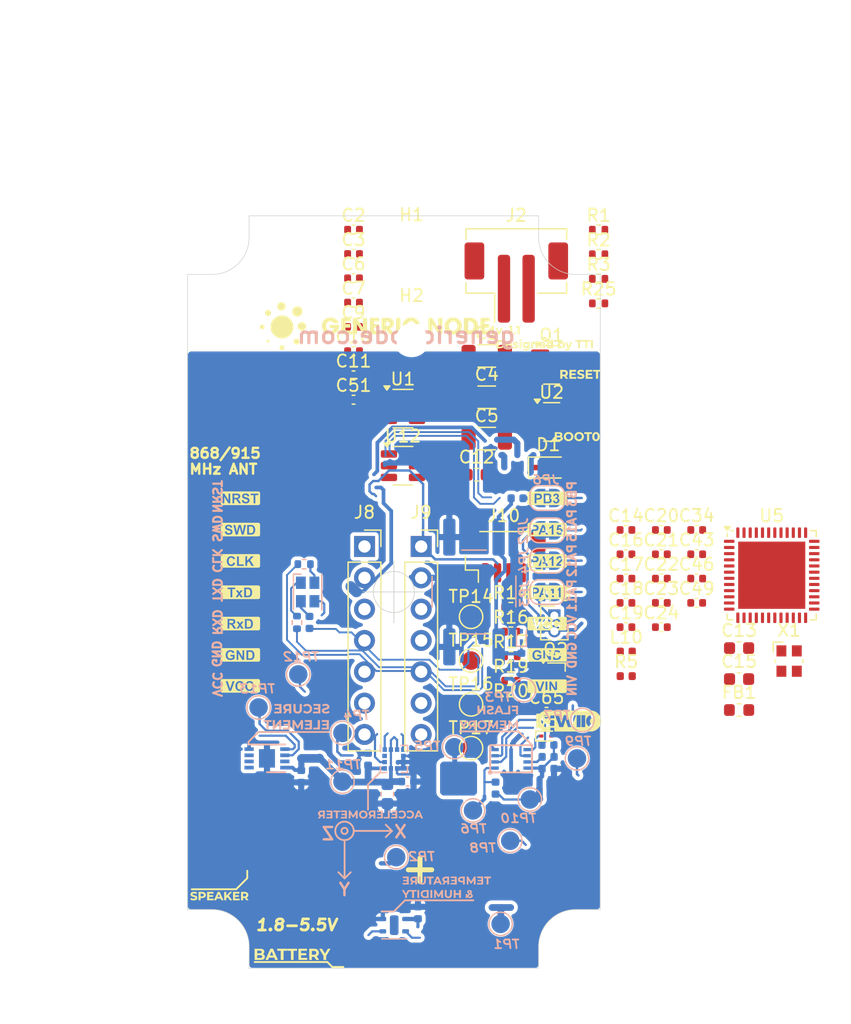
<source format=kicad_pcb>
(kicad_pcb (version 20240108) (generator "pcbnew") (generator_version "8.0")
  (title_block (title "Generic Node SE") (date "2020-10-12") (rev "1.1b") (company "The Things Industries") (comment 1 "drawn by: Orkhan AmirAslan (azerimaker)"))
  (layers (0 "F.Cu" mixed "Top.HF") (1 "In1.Cu" mixed "In1.LF") (2 "In2.Cu" power "In2.PWR") (31 "B.Cu" mixed "B.GND") (34 "B.Paste" user) (35 "F.Paste" user) (36 "B.SilkS" user "B.Silkscreen") (37 "F.SilkS" user "F.Silkscreen") (38 "B.Mask" user) (39 "F.Mask" user) (44 "Edge.Cuts" user))
  (net 0 "")
  (net 1 "GND")
  (net 2 "+BATT")
  (net 3 "/LoRa MCU/PB2")
  (net 4 "/Peripherals/VCC_SENSORS")
  (net 5 "/LoRa MCU/NRST")
  (net 6 "/LoRa MCU/PB3")
  (net 7 "VDDA")
  (net 8 "VDDRF")
  (net 9 "OSC_IN")
  (net 10 "OSC32_IN")
  (net 11 "OSC32_OUT")
  (net 12 "Net-(Q1-G)")
  (net 13 "Net-(X1-Vdd)")
  (net 14 "VDDRF1V55")
  (net 15 "Net-(D4-K)")
  (net 16 "PB0_VDD_TCXO")
  (net 17 "VDDPA")
  (net 18 "Net-(D2-A)")
  (net 19 "Net-(D2-K)")
  (net 20 "/LoRa MCU/SWCLK")
  (net 21 "/LoRa MCU/SWDIO")
  (net 22 "FE_CTRL3")
  (net 23 "Net-(D3-RK)")
  (net 24 "Net-(D3-GK)")
  (net 25 "Net-(D3-A)")
  (net 26 "/LoRa MCU/PB4")
  (net 27 "Net-(Q1-S)")
  (net 28 "FE_CTRL1")
  (net 29 "FE_CTRL2")
  (net 30 "Net-(JP2-B)")
  (net 31 "Net-(JP3-A)")
  (net 32 "/LoRa MCU/BOOT0")
  (net 33 "Net-(JP4-A)")
  (net 34 "Net-(JP6-B)")
  (net 35 "Net-(Q2-B)")
  (net 36 "/LoRa MCU/PB12")
  (net 37 "Net-(X1-OUT)")
  (net 38 "Net-(U8-nRST{slash}SIO3)")
  (net 39 "Net-(U8-nWP{slash}SIO2)")
  (net 40 "/LoRa MCU/PA4_CS1")
  (net 41 "/Power Supply/LS3_STRAIN_EN")
  (net 42 "/LoRa MCU/PA6_MISO1")
  (net 43 "/LoRa MCU/PA7_MOSI1")
  (net 44 "/Peripherals/strainGaugeCS")
  (net 46 "/LoRa MCU/PA09_SCL1")
  (net 47 "/LoRa MCU/PA10_SDA1")
  (net 48 "/LoRa MCU/PA2_TxD2")
  (net 49 "/LoRa MCU/PA3_RxD2")
  (net 50 "/LoRa MCU/PA11_SDA2")
  (net 51 "/LoRa MCU/PA12_SCL2")
  (net 52 "/LoRa MCU/PA5_SCK1")
  (net 53 "Net-(U2-~{RESET})")
  (net 60 "Vin")
  (net 61 "/LoRa MCU/PA15")
  (net 62 "/LoRa MCU/PB5")
  (net 63 "/LoRa MCU/PB6")
  (net 64 "/LoRa MCU/PB7")
  (net 65 "/LoRa MCU/PA8")
  (net 67 "unconnected-(U5-VR_PA-Pad24)")
  (net 68 "/LoRa MCU/PC13")
  (net 71 "Net-(C43-Pad1)")
  (net 77 "/Power Supply/VCC_STRAINGAUGE")
  (net 79 "/Peripherals/VCC_FLASH")
  (footprint "node-lib-v1:Logo_GN_new_2000px" (layer "F.Cu") (at 148.439 83.439)
    (property "Reference" "G-GNSE" (hide yes))
    (property "Value" "LOGO" (hide yes))
  )
  (footprint "node-lib-v1:PinName_NRST" (layer "F.Cu") (at 137.554 97.38)
    (property "Reference" "G-NRST" (hide yes))
    (property "Value" "LOGO" (hide yes))
  )
  (footprint "node-lib-v1:PinName_SWD" (layer "F.Cu") (at 137.554 99.92)
    (property "Reference" "G-SWD" (hide yes))
    (property "Value" "LOGO" (hide yes))
  )
  (footprint "node-lib-v1:PinName_CLK" (layer "F.Cu") (at 137.554 102.46)
    (property "Reference" "G-CLK" (hide yes))
    (property "Value" "LOGO" (hide yes))
  )
  (footprint "node-lib-v1:PinName_PA12" (layer "F.Cu") (at 162.446 102.46)
    (property "Reference" "G-PA12" (hide yes))
    (property "Value" "LOGO" (hide yes))
  )
  (footprint "node-lib-v1:PinName_TxD" (layer "F.Cu") (at 137.554 105)
    (property "Reference" "G-TXD" (hide yes))
    (property "Value" "LOGO" (hide yes))
  )
  (footprint "node-lib-v1:PinName_RxD" (layer "F.Cu") (at 137.554 107.54)
    (property "Reference" "G-RXD" (hide yes))
    (property "Value" "LOGO" (hide yes))
  )
  (footprint "node-lib-v1:PinName_VCC" (layer "F.Cu") (at 137.546 112.59)
    (property "Reference" "G-VCC2" (hide yes))
    (property "Value" "LOGO" (hide yes))
  )
  (footprint "node-lib-v1:PinName_GND" (layer "F.Cu") (at 162.446 110.08)
    (property "Reference" "G-GND" (hide yes))
    (property "Value" "LOGO" (hide yes))
  )
  (footprint "node-lib-v1:PinName_VCC" (layer "F.Cu") (at 162.446 107.54)
    (property "Reference" "G-VCC" (hide yes))
    (property "Value" "LOGO" (hide yes))
  )
  (footprint "node-lib-v1:PinName_PA11" (layer "F.Cu") (at 162.446 105)
    (property "Reference" "G-PA11" (hide yes))
    (property "Value" "LOGO" (hide yes))
  )
  (footprint "node-lib-v1:PinName_PB3" (layer "F.Cu") (at 162.446 97.38)
    (property "Reference" "G-PB3" (hide yes))
    (property "Value" "LOGO" (hide yes))
  )
  (footprint "node-lib-v1:PinName_VIN" (layer "F.Cu") (at 162.446 112.62)
    (property "Reference" "G-VIN" (hide yes))
    (property "Value" "LOGO" (hide yes))
  )
  (footprint "node-lib-v1:PinName_PA15" (layer "F.Cu") (at 162.446 99.92)
    (property "Reference" "G-PA15" (hide yes))
    (property "Value" "LOGO" (hide yes))
  )
  (footprint "node-lib-v1:PinName_GND" (layer "F.Cu") (at 137.554 110.08)
    (property "Reference" "G-GND2" (hide yes))
    (property "Value" "LOGO" (hide yes))
  )
  (footprint "node-lib-v1:Label_RESET_4000px" (layer "F.Cu") (at 165.1 87.3)
    (property "Reference" "G-RST" (hide yes))
    (property "Value" "LOGO" (hide yes))
  )
  (footprint "node-lib-v1:Logo_qwiic_4000px" (layer "F.Cu") (at 164.224 115.414)
    (property "Reference" "G-QWIIC" (hide yes))
    (property "Value" "LOGO" (hide yes))
  )
  (footprint "node-lib-v1:Label_Speaker" (layer "F.Cu") (at 135.9 129.6)
    (property "Reference" "G-SPKR" (hide yes))
    (property "Value" "LOGO" (hide yes))
  )
  (footprint "node-lib-v1:Label_BOOT0_4000px" (layer "F.Cu") (at 164.85 92.35)
    (property "Reference" "G-BOOT0" (hide yes))
    (property "Value" "LOGO" (hide yes))
  )
  (footprint "node-lib-v1:Logo_design_version_2000px" (layer "F.Cu") (at 162.55 84.25)
    (property "Reference" "G-version" (hide yes))
    (property "Value" "LOGO" (hide yes))
  )
  (footprint "node-lib-v1:BoLink_704025" (layer "F.Cu") (at 150 105)
    (property "Reference" "N1" (hide yes))
    (property "Value" "BoLink-16174563" (hide yes))
  )
  (footprint "node-lib-v1:Label_BATTERY_2500px" (layer "F.Cu") (at 141.7 134.3)
    (property "Reference" "G-BAT" (hide yes))
    (property "Value" "LOGO" (hide yes))
  )
  (footprint "Connector_PinSocket_2.54mm:PinSocket_1x07_P2.54mm_Vertical" (layer "F.Cu") (at 147.615 101.31)
    (property "Reference" "J8")
    (property "Value" "DEBUG")
  )
  (footprint "Capacitor_SMD:C_0603_1608Metric" (layer "F.Cu") (at 178.015 109.55)
    (property "Reference" "C13")
    (property "Value" "4.7uF")
  )
  (footprint "Connector_JST:JST_SH_BM04B-SRSS-TB_1x04-1MP_P1.00mm_Vertical" (layer "F.Cu") (at 158.915 102.11)
    (property "Reference" "J10")
    (property "Value" "Qwiic")
  )
  (footprint "Resistor_SMD:R_0402_1005Metric" (layer "F.Cu") (at 166.615 75.63)
    (property "Reference" "R1")
    (property "Value" "0R")
  )
  (footprint "Capacitor_SMD:C_0402_1005Metric" (layer "F.Cu") (at 146.725 79.56)
    (property "Reference" "C6")
    (property "Value" "1uF")
  )
  (footprint "Capacitor_SMD:C_0402_1005Metric" (layer "F.Cu") (at 174.575 103.91)
    (property "Reference" "C46")
    (property "Value" "5.6pF")
  )
  (footprint "Package_DFN_QFN:QFN-48-1EP_7x7mm_P0.5mm_EP5.45x5.45mm" (layer "F.Cu") (at 180.665 103.64)
    (property "Reference" "U5")
    (property "Value" "STM32WL55CCU6")
  )
  (footprint "Capacitor_SMD:C_0402_1005Metric" (layer "F.Cu") (at 171.705 101.94)
    (property "Reference" "C21")
    (property "Value" "33pF")
  )
  (footprint "Capacitor_SMD:C_0402_1005Metric" (layer "F.Cu") (at 168.835 107.85)
    (property "Reference" "C19")
    (property "Value" "33pF")
  )
  (footprint "Resistor_SMD:R_0402_1005Metric" (layer "F.Cu") (at 159.495 112.2)
    (property "Reference" "R19")
    (property "Value" "33R")
  )
  (footprint "Resistor_SMD:R_0402_1005Metric" (layer "F.Cu") (at 166.615 81.6)
    (property "Reference" "R25")
    (property "Value" "100K")
  )
  (footprint "Inductor_SMD:L_0402_1005Metric" (layer "F.Cu") (at 159.495 114.19)
    (property "Reference" "R20")
    (property "Value" "10K")
  )
  (footprint "Inductor_SMD:L_0402_1005Metric" (layer "F.Cu") (at 168.855 111.82)
    (property "Reference" "R5")
    (property "Value" "220R")
  )
  (footprint "Capacitor_SMD:C_0603_1608Metric" (layer "F.Cu") (at 156.715 95.49)
    (property "Reference" "C12")
    (property "Value" "22uF")
  )
  (footprint "Package_TO_SOT_SMD:SOT-23" (layer "F.Cu") (at 162.805 91.21)
    (property "Reference" "U2")
    (property "Value" "TPS3839G18DBZT‎")
  )
  (footprint "Connector_JST:JST_PH_B2B-PH-SM4-TB_1x02-1MP_P2.00mm_Vertical" (layer "F.Cu") (at 159.935 79.91)
    (property "Reference" "J2")
    (property "Value" "JST-PH")
  )
  (footprint "Crystal:Crystal_SMD_Abracon_ABM10-4Pin_2.5x2.0mm" (layer "F.Cu") (at 182.075 110.6)
    (property "Reference" "X1")
    (property "Value" "32MHz")
  )
  (footprint "Resistor_SMD:R_0402_1005Metric" (layer "F.Cu") (at 166.615 77.62)
    (property "Reference" "R2")
    (property "Value" "100K")
  )
  (footprint "Capacitor_SMD:C_0402_1005Metric" (layer "F.Cu") (at 162.385 114.72)
    (property "Reference" "C65")
    (property "Value" "100nF")
  )
  (footprint "TestPoint:TestPoint_Pad_D1.5mm" (layer "F.Cu") (at 156.265 114.11)
    (property "Reference" "TP16")
    (property "Value" "SCK")
  )
  (footprint "Resistor_SMD:R_0402_1005Metric" (layer "F.Cu") (at 159.495 110.21)
    (property "Reference" "R17")
    (property "Value" "4K7")
  )
  (footprint "Capacitor_SMD:C_0402_1005Metric" (layer "F.Cu") (at 174.575 99.97)
    (property "Reference" "C34")
    (property "Value" "10nF")
  )
  (footprint "Capacitor_SMD:C_0402_1005Metric" (layer "F.Cu") (at 174.575 105.88)
    (property "Reference" "C49")
    (property "Value" "5.6pF")
  )
  (footprint "Inductor_SMD:L_0402_1005Metric" (layer "F.Cu") (at 168.855 109.83)
    (property "Reference" "L10")
    (property "Value" "1400R @1GHz")
  )
  (footprint "Capacitor_SMD:C_0402_1005Metric" (layer "F.Cu") (at 146.725 75.62)
    (property "Reference" "C2")
    (property "Value" "DNM")
  )
  (footprint "Capacitor_SMD:C_0402_1005Metric" (layer "F.Cu") (at 146.725 85.47)
    (property "Reference" "C10")
    (property "Value" "100nF")
  )
  (footprint "TestPoint:TestPoint_Pad_D1.5mm" (layer "F.Cu") (at 156.265 107.01)
    (property "Reference" "TP14")
    (property "Value" "CS")
  )
  (footprint "MountingHole:MountingHole_2.5mm" (layer "F.Cu") (at 151.435 77.91)
    (property "Reference" "H1")
    (property "Value" "MountingHole")
  )
  (footprint "Connector_PinHeader_1.27mm:PinHeader_1x02_P1.27mm_Vertical" (layer "F.Cu") (at 163.025 106.91)
    (property "Reference" "JP5")
    (property "Value" "BOOT0")
  )
  (footprint "Resistor_SMD:R_0402_1005Metric" (layer "F.Cu") (at 159.495 108.22)
    (property "Reference" "R16")
    (property "Value" "1K")
  )
  (footprint "Package_TO_SOT_SMD:SOT-23" (layer "F.Cu") (at 162.805 86.585)
    (property "Reference" "Q1")
    (property "Value" "PMV32UP,215")
  )
  (footprint "MountingHole:MountingHole_2.5mm" (layer "F.Cu") (at 151.435 84.46)
    (property "Reference" "H2")
    (property "Value" "MountingHole")
  )
  (footprint "Package_TO_SOT_SMD:SOT-323_SC-70" (layer "F.Cu") (at 163.175 111.915)
    (property "Reference" "Q2")
    (property "Value" "PMST4401,115")
  )
  (footprint "Capacitor_SMD:C_1206_3216Metric" (layer "F.Cu") (at 157.535 89.21)
    (property "Reference" "C4")
    (property "Value" "100uF")
  )
  (footprint "Diode_SMD:D_SOD-923" (layer "F.Cu") (at 162.37 116.68)
    (property "Reference" "D5")
    (property "Value" "ESD9D5V")
  )
  (footprint "TestPoint:TestPoint_Pad_D1.5mm" (layer "F.Cu") (at 156.265 110.56)
    (property "Reference" "TP15")
    (property "Value" "MISO")
  )
  (footprint "Capacitor_SMD:C_0402_1005Metric" (layer "F.Cu") (at 168.835 105.88)
    (property "Reference" "C18")
    (property "Value" "100nF")
  )
  (footprint "Inductor_SMD:L_0603_1608Metric" (layer "F.Cu") (at 178.015 114.57)
    (property "Reference" "FB1")
    (property "Value" "600R @100MHz")
  )
  (footprint "Capacitor_SMD:C_0402_1005Metric" (layer "F.Cu") (at 171.705 105.88)
    (property "Reference" "C23")
    (property "Value" "47pF")
  )
  (footprint "Capacitor_SMD:C_0402_1005Metric" (layer "F.Cu") (at 168.835 101.94)
    (property "Reference" "C16")
    (property "Value" "100nF")
  )
  (footprint "Package_TO_SOT_SMD:SOT-23-6" (layer "F.Cu") (at 150.735 90.135)
    (property "Reference" "U1")
    (property "Value" "TPS22917DBV")
  )
  (footprint "Capacitor_SMD:C_1206_3216Metric" (layer "F.Cu") (at 157.535 85.86)
    (property "Reference" "C1")
    (property "Value" "100uF")
  )
  (footprint "Capacitor_SMD:C_0402_1005Metric" (layer "F.Cu") (at 146.725 83.5)
    (property "Reference" "C9")
    (property "Value" "100nF")
  )
  (footprint "Capacitor_SMD:C_0402_1005Metric" (layer "F.Cu") (at 146.725 89.41)
    (property "Reference" "C51")
    (property "Value" "1uF")
  )
  (footprint "Diode_SMD:D_SOD-323" (layer "F.Cu") (at 162.53 94.91)
    (property "Reference" "D1")
    (property "Value" "PESD5V0S1BA")
  )
  (footprint "Capacitor_SMD:C_0402_1005Metric" (layer "F.Cu") (at 168.835 103.91)
    (property "Reference" "C17")
    (property "Value" "100nF")
  )
  (footprint "Connector_PinSocket_2.54mm:PinSocket_1x07_P2.54mm_Vertical" (layer "F.Cu") (at 152.215 101.31)
    (property "Reference" "J9")
    (property "Value" "UART/I2C")
  )
  (footprint "Capacitor_SMD:C_0402_1005Metric" (layer "F.Cu") (at 146.725 87.44)
    (property "Reference" "C11")
    (property "Value" "1uF")
  )
  (footprint "Capacitor_SMD:C_0402_1005Metric" (layer "F.Cu") (at 146.725 81.53)
    (property "Reference" "C7")
    (property "Value" "100nF")
  )
  (footprint "TestPoint:TestPoint_Pad_D1.5mm" (layer "F.Cu") (at 156.265 117.66)
    (property "Reference" "TP17")
    (property "Value" "MOSI")
  )
  (footprint "Capacitor_SMD:C_0402_1005Metric" (layer "F.Cu") (at 174.575 101.94)
    (property "Reference" "C43")
    (property "Value" "1nF")
  )
  (footprint "Capacitor_SMD:C_1206_3216Metric" (layer "F.Cu") (at 157.535 92.56)
    (property "Reference" "C5")
    (property "Value" "100uF")
  )
  (footprint "Capacitor_SMD:C_0402_1005Metric" (layer "F.Cu") (at 171.705 107.85)
    (property "Reference" "C24")
    (property "Value" "100nF")
  )
  (footprint "Capacitor_SMD:C_0402_1005Metric" (layer "F.Cu") (at 171.705 99.97)
    (property "Reference" "C20")
    (property "Value" "100nF")
  )
  (footprint "Resistor_SMD:R_0402_1005Metric" (layer "F.Cu") (at 166.615 79.61)
    (property "Reference" "R3")
    (property "Value" "100K")
  )
  (footprint "Capacitor_SMD:C_0402_1005Metric" (layer "F.Cu") (at 146.725 77.59)
    (property "Reference" "C3")
    (property "Value" "1uF")
  )
  (footprint "Capacitor_SMD:C_0402_1005Metric" (layer "F.Cu") (at 168.835 99.97)
    (property "Reference" "C14")
    (property "Value" "100nF")
  )
  (footprint "Capacitor_SMD:C_0603_1608Metric" (layer "F.Cu") (at 178.015 112.06)
    (property "Reference" "C15")
    (property "Value" "4.7uF")
  )
  (footprint "Capacitor_SMD:C_0402_1005Metric" (layer "F.Cu") (at 171.705 103.91)
    (property "Reference" "C22")
    (property "Value" "33pF")
  )
  (footprint "Resistor_SMD:R_0402_1005Metric" (layer "F.Cu") (at 159.495 106.23)
    (property "Reference" "R14")
    (property "Value" "4K7")
  )
  (footprint "Package_TO_SOT_SMD:SOT-23-6" (layer "F.Cu") (at 150.735 94.76)
    (property "Reference" "U12")
    (property "Value" "TPS22917DBV")
  )
  (footprint "node-lib-v1:Label_SE_3000px" (layer "B.Cu") (at 141.95 115.05 180)
    (property "Reference" "G-SE" (hide yes))
    (property "Value" "LOGO" (hide yes))
  )
  (footprint "node-lib-v1:Label_T_H_2000px" (layer "B.Cu") (at 155 128.85 180)
    (property "Reference" "G-TH" (hide yes))
    (property "Value" "LOGO" (hide yes))
  )
  (footprint "node-lib-v1:Label_FLASH_3000px" (layer "B.Cu") (at 157.3 115.1 180)
    (property "Reference" "G-FLASH" (hide yes))
    (property "Value" "LOGO" (hide yes))
  )
  (footprint "node-lib-v1:LAbel_ACCELL_2000px" (layer "B.Cu") (at 148.1 122.95 180)
    (property "Reference" "G-ACCELL" (hide yes))
    (property "Value" "LOGO" (hide yes))
  )
  (footprint "TestPoint:TestPoint_Pad_D1.5mm" (layer "B.Cu") (at 164.86 118.49)
    (property "Reference" "TP9")
    (property "Value" "MOSI" (hide yes))
  )
  (footprint "TestPoint:TestPoint_Pad_D1.5mm" (layer "B.Cu") (at 159.44 125.17)
    (property "Reference" "TP8")
    (property "Value" "SCK" (hide yes))
  )
  (footprint "TestPoint:TestPoint_Pad_D1.5mm" (layer "B.Cu") (at 139.021 114.36)
    (property "Reference" "TP13")
    (property "Value" "SCL" (hide yes))
  )
  (footprint "node-lib-v1:PushButton_KSC721GLFS" (layer "B.Cu") (at 156.5 105 90)
    (property "Reference" "SW1" (hide yes))
    (property "Value" "USR_BTN" (hide yes))
  )
  (footprint "TestPoint:TestPoint_Pad_D1.5mm" (layer "B.Cu") (at 161.037 121.824)
    (property "Reference" "TP10")
    (property "Value" "VCC_F" (hide yes))
  )
  (footprint "TestPoint:TestPoint_Pad_D1.5mm" (layer "B.Cu") (at 142.24 111.68)
    (property "Reference" "TP12")
    (property "Value" "SDA" (hide yes))
  )
  (footprint "TestPoint:TestPoint_Pad_D1.5mm" (layer "B.Cu") (at 145.826 120.377)
    (property "Reference" "TP11")
    (property "Value" "VCC_S" (hide yes))
  )
  (footprint "TestPoint:TestPoint_Pad_D1.5mm" (layer "B.Cu") (at 165.3 115.38)
    (property "Reference" "TP7")
    (property "Value" "MISO" (hide yes))
  )
  (footprint "TestPoint:TestPoint_Pad_D1.5mm" (layer "B.Cu") (at 156.42 122.71)
    (property "Reference" "TP6")
    (property "Value" "CS" (hide yes))
  )
  (footprint "TestPoint:TestPoint_Pad_D1.5mm" (layer "B.Cu") (at 145.825 116.425)
    (property "Reference" "TP4")
    (property "Value" "VBAT_ADC" (hide yes))
  )
  (footprint "TestPoint:TestPoint_Pad_D1.5mm" (layer "B.Cu") (at 158.66 131.91)
    (property "Reference" "TP1")
    (property "Value" "VIN" (hide yes))
  )
  (footprint "Diode_SMD:D_SOD-923" (layer "B.Cu") (at 160.35 108.6 90)
    (property "Reference" "D4" (hide yes))
    (property "Value" "ESD9D5V" (hide yes))
  )
  (footprint "TestPoint:TestPoint_Pad_D1.5mm" (layer "B.Cu") (at 154.9 117.58)
    (property "Reference" "TP5")
    (property "Value" "VCC" (hide yes))
  )
  (footprint "TestPoint:TestPoint_Pad_D1.5mm" (layer "B.Cu") (at 150.19 126.5)
    (property "Reference" "TP2")
    (property "Value" "VBAT" (hide yes))
  )
  (footprint "Resistor_SMD:R_0402_1005Metric" (layer "B.Cu") (at 142.715 102.741)
    (property "Reference" "R22" (hide yes))
    (property "Value" "330R" (hide yes))
  )
  (footprint "LED_SMD:LED_Cree-PLCC4_2x2mm_CW" (layer "B.Cu") (at 143 105 -90)
    (property "Reference" "D3" (hide yes))
    (property "Value" "FM-B2020RGBA" (hide yes))
  )
  (footprint "Resistor_SMD:R_0402_1005Metric" (layer "B.Cu") (at 160 97.4 180)
    (property "Reference" "R24" (hide yes))
    (property "Value" "100R" (hide yes))
  )
  (footprint "Jumper:SolderJumper-2_P1.3mm_Bridged2Bar_RoundedPad1.0x1.5mm" (layer "B.Cu") (at 162.446 100 180)
    (property "Reference" "JP2")
    (property "Value" "BUZZ_KILL" (hide yes))
  )
  (footprint "Resistor_SMD:R_0402_1005Metric" (layer "B.Cu") (at 161.938 107.588 90)
    (property "Reference" "R18" (hide yes))
    (property "Value" "4K7" (hide yes))
  )
  (footprint "Resistor_SMD:R_0402_1005Metric" (layer "B.Cu") (at 158.25 120.9 90)
    (property "Reference" "R13" (hide yes))
    (property "Value" "10K" (hide yes))
  )
  (footprint "Resistor_SMD:R_0402_1005Metric" (layer "B.Cu") (at 143.151 107.465 90)
    (property "Reference" "R23" (hide yes))
    (property "Value" "330R" (hide yes))
  )
  (footprint "Jumper:SolderJumper-2_P1.3mm_Bridged2Bar_RoundedPad1.0x1.5mm" (layer "B.Cu") (at 162.446 105)
    (property "Reference" "JP3")
    (property "Value" "SDA2_CUT" (hide yes))
  )
  (footprint "TestPoint:TestPoint_Pad_D1.5mm" (layer "B.Cu") (at 160.55 112.95)
    (property "Reference" "TP3")
    (property "Value" "VBAT_READ_EN" (hide yes))
  )
  (footprint "Resistor_SMD:R_0402_1005Metric" (layer "B.Cu") (at 162.5 117.4 180)
    (property "Reference" "R12" (hide yes))
    (property "Value" "DNM" (hide yes))
  )
  (footprint "Resistor_SMD:R_0402_1005Metric" (layer "B.Cu") (at 162.954 107.588 -90)
    (property "Reference" "R15" (hide yes))
    (property "Value" "4K7" (hide yes))
  )
  (footprint "Resistor_SMD:R_0402_1005Metric" (layer "B.Cu") (at 162.514 118.369 180)
    (property "Reference" "R11" (hide yes))
    (property "Value" "DNM" (hide yes))
  )
  (footprint "Capacitor_SMD:C_0402_1005Metric" (layer "B.Cu") (at 160.35 110.45 90)
    (property "Reference" "C64" (hide yes))
    (property "Value" "100nF" (hide yes))
  )
  (footprint "Capacitor_SMD:C_0402_1005Metric" (layer "B.Cu") (at 147.905 118.559 -90)
    (property "Reference" "C61" (hide yes))
    (property "Value" "100nF" (hide yes))
  )
  (footprint "Capacitor_SMD:C_0402_1005Metric" (layer "B.Cu") (at 151.953 131.009 -90)
    (property "Reference" "C63" (hide yes))
    (property "Value" "100nF" (hide yes))
  )
  (footprint "Capacitor_SMD:C_0402_1005Metric" (layer "B.Cu") (at 142.48 119.95 90)
    (property "Reference" "C62" (hide yes))
    (property "Value" "100nF" (hide yes))
  )
  (footprint "Capacitor_SMD:C_0402_1005Metric" (layer "B.Cu") (at 162.51 119.33 180)
    (property "Reference" "C60" (hide yes))
    (property "Value" "100nF" (hide yes))
  )
  (footprint "Capacitor_SMD:C_0402_1005Metric" (layer "B.Cu") (at 151.114 120.371 180)
    (property "Reference" "C59" (hide yes))
    (property "Value" "100nF" (hide yes))
  )
  (footprint "Capacitor_SMD:C_0603_1608Metric" (layer "B.Cu") (at 149.47 121.38 90)
    (property "Reference" "C58" (hide yes))
    (property "Value" "10uF" (hide yes))
  )
  (footprint "Jumper:SolderJumper-2_P1.3mm_Bridged2Bar_RoundedPad1.0x1.5mm" (layer "B.Cu") (at 162.446 97.38 180)
    (property "Reference" "JP6")
    (property "Value" "BTN_CUT" (hide yes))
  )
  (footprint "Jumper:SolderJumper-2_P1.3mm_Bridged2Bar_RoundedPad1.0x1.5mm" (layer "B.Cu") (at 162.446 102.46)
    (property "Reference" "JP4")
    (property "Value" "SCL2_CUT" (hide yes))
  )
  (footprint "node-lib-v1:Sensirion_DFN-4-1EP_2x2mm_P1mm_EP0.7x1.6mm" (layer "B.Cu") (at 150.0254 132.0129 180)
    (property "Reference" "U10" (hide yes))
    (property "Value" "SHTC3" (hide yes))
  )
  (footprint "Package_LGA:LGA-12_2x2mm_P0.5mm" (layer "B.Cu") (at 150.008 118.538803 -90)
    (property "Reference" "U9" (hide yes))
    (property "Value" "LIS2DH12" (hide yes))
  )
  (footprint "Package_DFN_QFN:DFN-8-1EP_3x2mm_P0.5mm_EP1.3x1.5mm" (layer "B.Cu") (at 139.7 118.488803)
    (property "Reference" "U11" (hide yes))
    (property "Value" "ATECC608B-TNGLORAU" (hide yes))
  )
  (footprint "node-lib-v1:FLASH_UFDFN-8-MX25R1635F" (layer "B.Cu") (at 159.512 118.527)
    (property "Reference" "U8" (hide yes))
    (property "Value" "MX25R1635" (hide yes))
  )
  (footprint "Resistor_SMD:R_0402_1005Metric" (layer "B.Cu") (at 142.135 107.465 90)
    (property "Reference" "R21" (hide yes))
    (property "Value" "1K" (hide yes))
  )
  (gr_circle (center 145.993 124.368) (end 145.993 124.118) (stroke (width 0.15)) (fill none) (layer "B.SilkS"))
  (gr_circle (center 145.993 124.368) (end 145.993 123.618) (stroke (width 0.15)) (fill none) (layer "B.SilkS"))
  (gr_line (start 146.843 124.368) (end 149.843 124.368) (stroke (width 0.15)) (layer "B.SilkS"))
  (gr_line (start 148.9 119.6) (end 147.9 120.6) (stroke (width 0.15)) (layer "B.SilkS"))
  (gr_line (start 145.998025 128.221554) (end 146.498026 127.721553) (stroke (width 0.15)) (layer "B.SilkS"))
  (gr_line (start 160.8 117) (end 161.2 117.4) (stroke (width 0.15)) (layer "B.SilkS"))
  (gr_line (start 138.2 117.15) (end 139 116.35) (stroke (width 0.15)) (layer "B.SilkS"))
  (gr_line (start 150 130.9) (end 150.9 130) (stroke (width 0.15)) (layer "B.SilkS"))
  (gr_line (start 150.9 130) (end 156.45 130) (stroke (width 0.15)) (layer "B.SilkS"))
  (gr_line (start 139 116.35) (end 144.7 116.35) (stroke (width 0.15)) (layer "B.SilkS"))
  (gr_line (start 138.2 117.35) (end 138.2 117.15) (stroke (width 0.15)) (layer "B.SilkS"))
  (gr_line (start 160.8 117) (end 160.1 116.3) (stroke (width 0.15)) (layer "B.SilkS"))
  (gr_line (start 145.998025 125.221553) (end 145.998025 128.221554) (stroke (width 0.15)) (layer "B.SilkS"))
  (gr_line (start 149.843 124.368) (end 149.343001 123.868) (stroke (width 0.15)) (layer "B.SilkS"))
  (gr_line (start 149.843 124.368) (end 149.343 124.868) (stroke (width 0.15)) (layer "B.SilkS"))
  (gr_line (start 145.998025 128.221554) (end 145.498025 127.721553) (stroke (width 0.15)) (layer "B.SilkS"))
  (gr_line (start 147.9 120.6) (end 147.9 122.65) (stroke (width 0.15)) (layer "B.SilkS"))
  (gr_line (start 150 130.9) (end 149 130.9) (stroke (width 0.15)) (layer "B.SilkS"))
  (gr_line (start 160.1 116.3) (end 155.35 116.3) (stroke (width 0.15)) (layer "B.SilkS"))
  (gr_line (start 138.7 135) (end 144.6 135) (stroke (width 0.15)) (layer "F.SilkS"))
  (gr_line (start 144.6 135) (end 145 135.4) (stroke (width 0.15)) (layer "F.SilkS"))
  (gr_line (start 133.6 129.1) (end 137.2 129.1) (stroke (width 0.15)) (layer "F.SilkS"))
  (gr_line (start 137.2 129.1) (end 138.1 128.2) (stroke (width 0.15)) (layer "F.SilkS"))
  (gr_line (start 138.1 128.2) (end 138.1 127.6) (stroke (width 0.15)) (layer "F.SilkS"))
  (gr_line (start 145 135.4) (end 145.9 135.4) (stroke (width 0.15)) (layer "F.SilkS"))
  (gr_line (start 161.75 135.5) (end 138.25 135.5) (stroke (width 0.05)) (layer "Edge.Cuts"))
  (gr_line (start 166.75 130.75) (end 164.75 130.75) (stroke (width 0.05)) (layer "Edge.Cuts"))
  (gr_line (start 133.25 130.75) (end 133.25 79.25) (stroke (width 0.05)) (layer "Edge.Cuts"))
  (gr_line (start 135.25 130.75) (end 133.25 130.75) (stroke (width 0.05)) (layer "Edge.Cuts"))
  (gr_arc (start 138.25 76.25) (mid 137.37132 78.37132) (end 135.25 79.25) (stroke (width 0.05)) (layer "Edge.Cuts"))
  (gr_arc (start 161.75 133.75) (mid 162.62868 131.62868) (end 164.75 130.75) (stroke (width 0.05)) (layer "Edge.Cuts"))
  (gr_line (start 164.75 79.25) (end 166.75 79.25) (stroke (width 0.05)) (layer "Edge.Cuts"))
  (gr_line (start 138.25 133.75) (end 138.25 135.5) (stroke (width 0.05)) (layer "Edge.Cuts"))
  (gr_line (start 161.75 135.5) (end 161.75 133.75) (stroke (width 0.05)) (layer "Edge.Cuts"))
  (gr_line (start 138.25 74.5) (end 138.25 76.25) (stroke (width 0.05)) (layer "Edge.Cuts"))
  (gr_line (start 138.25 74.5) (end 161.75 74.5) (stroke (width 0.05)) (layer "Edge.Cuts"))
  (gr_arc (start 164.75 79.25) (mid 162.62868 78.37132) (end 161.75 76.25) (stroke (width 0.05)) (layer "Edge.Cuts"))
  (gr_line (start 161.75 74.5) (end 161.75 76.25) (stroke (width 0.05)) (layer "Edge.Cuts"))
  (gr_line (start 133.25 79.25) (end 135.25 79.25) (stroke (width 0.05)) (layer "Edge.Cuts"))
  (gr_arc (start 135.25 130.75) (mid 137.37132 131.62868) (end 138.25 133.75) (stroke (width 0.05)) (layer "Edge.Cuts"))
  (gr_line (start 166.75 79.25) (end 166.75 130.75) (stroke (width 0.05)) (layer "Edge.Cuts"))
  (gr_text "Z" (at 144.65 124.6 0) (layer "B.SilkS") (effects (font (size 1 1) (thickness 0.2)) (justify mirror)))
  (gr_text "Y" (at 145.987 129.123 0) (layer "B.SilkS") (effects (font (size 1 1) (thickness 0.2)) (justify mirror)))
  (gr_text "X" (at 150.535 124.34 180) (layer "B.SilkS") (effects (font (size 1 1) (thickness 0.2)) (justify mirror)))
  (gr_text "VIN" (at 164.45 112.6 90) (layer "B.SilkS") (effects (font (size 0.7 0.7) (thickness 0.175)) (justify mirror)))
  (gr_text "GND" (at 135.6 111.2 270) (layer "B.SilkS") (effects (font (size 0.7 0.7) (thickness 0.175)) (justify left mirror)))
  (gr_text "VCC" (at 164.45 107.859719 90) (layer "B.SilkS") (effects (font (size 0.7 0.7) (thickness 0.175)) (justify mirror)))
  (gr_text "PA11" (at 164.45 106.735414 90) (layer "B.SilkS") (effects (font (size 0.7 0.7) (thickness 0.175)) (justify right mirror)))
  (gr_text "PB3" (at 164.45 98.2 90) (layer "B.SilkS") (effects (font (size 0.7 0.7) (thickness 0.175)) (justify right mirror)))
  (gr_text "PA15" (at 164.45 101.045138 90) (layer "B.SilkS") (effects (font (size 0.7 0.7) (thickness 0.175)) (justify right mirror)))
  (gr_text "VCC" (at 135.65 113.6 270) (layer "B.SilkS") (effects (font (size 0.7 0.7) (thickness 0.175)) (justify left mirror)))
  (gr_text "RXD" (at 135.65 108.6 270) (layer "B.SilkS") (effects (font (size 0.7 0.7) (thickness 0.175)) (justify left mirror)))
  (gr_text "GND" (at 164.45 110.138191 90) (layer "B.SilkS") (effects (font (size 0.7 0.7) (thickness 0.175)) (justify mirror)))
  (gr_text "PA12" (at 164.45 103.890276 90) (layer "B.SilkS") (effects (font (size 0.7 0.7) (thickness 0.175)) (justify right mirror)))
  (gr_text "TXD" (at 135.65 105.9 270) (layer "B.SilkS") (effects (font (size 0.7 0.7) (thickness 0.175)) (justify left mirror)))
  (gr_text "CLK" (at 135.65 103.55 270) (layer "B.SilkS") (effects (font (size 0.7 0.7) (thickness 0.175)) (justify left mirror)))
  (gr_text "NRST" (at 135.65 98.7 270) (layer "B.SilkS") (effects (font (size 0.7 0.7) (thickness 0.175)) (justify left mirror)))
  (gr_text "SWD" (at 135.65 101.05 270) (layer "B.SilkS") (effects (font (size 0.7 0.7) (thickness 0.175)) (justify left mirror)))
  (gr_text "genericnode.com" (at 160 84.2 0) (layer "B.SilkS") (effects (font (size 1.3 1.4) (thickness 0.25)) (justify left mirror)))
  (gr_text "+" (at 152.12 127.34 0) (layer "F.SilkS") (effects (font (size 2.5 2.5) (thickness 0.4))))
  (gr_text "1.8-5.5V" (at 138.7 132 0) (layer "F.SilkS") (effects (font (size 0.9 0.95) (thickness 0.225) (italic yes)) (justify left)))
  (gr_text "868/915\nMHz ANT" (at 133.3 94.4 0) (layer "F.SilkS") (effects (font (size 0.8 0.85) (thickness 0.2)) (justify left)))
  (target plus (at 150 105) (size 5) (width 0.05) (layer "Edge.Cuts"))
  (target plus (at 150 105) (size 5) (width 0.05) (layer "Edge.Cuts"))
  (segment (start 156.099753 92.035189) (end 156.85 92.785436) (width 0.1524) (layer "B.Cu") (net 0))
  (segment (start 150.048414 92.035189) (end 156.099753 92.035189) (width 0.1524) (layer "B.Cu") (net 0))
  (segment (start 156.306578 91.656578) (end 149.891589 91.656578) (width 0.3) (layer "B.Cu") (net 0))
  (segment (start 149.32 93.97) (end 149.32 92.763603) (width 0.1524) (layer "B.Cu") (net 0))
  (segment (start 157.4 92.75) (end 156.306578 91.656578) (width 0.3) (layer "B.Cu") (net 0))
  (segment (start 157.194 97.325) (end 157.894821 97.325) (width 0.1524) (layer "B.Cu") (net 0))
  (segment (start 149.32 92.763603) (end 150.048414 92.035189) (width 0.1524) (layer "B.Cu") (net 0))
  (segment (start 148.657999 92.890168) (end 148.657999 95.190001) (width 0.3) (layer "B.Cu") (net 0))
  (segment (start 149.891589 91.656578) (end 148.657999 92.890168) (width 0.3) (layer "B.Cu") (net 0))
  (segment (start 156.85 92.785436) (end 156.85 96.981) (width 0.1524) (layer "B.Cu") (net 0))
  (segment (start 156.85 96.981) (end 157.194 97.325) (width 0.1524) (layer "B.Cu") (net 0))
  (segment (start 148.657999 95.190001) (end 148.383 95.465) (width 0.3) (layer "B.Cu") (net 0))
  (segment (start 149.65 93.577244) (end 149.65 92.86467) (width 0.1524) (layer "B.Cu") (net 0))
  (segment (start 155.867059 92.34) (end 156.5 92.972941) (width 0.1524) (layer "B.Cu") (net 0))
  (segment (start 156.5 97.34) (end 157.01 97.85) (width 0.1524) (layer "B.Cu") (net 0))
  (segment (start 150.022109 93.949353) (end 149.65 93.577244) (width 0.1524) (layer "B.Cu") (net 0))
  (segment (start 158.104592 97.85) (end 158.59645 97.358142) (width 0.1524) (layer "B.Cu") (net 0))
  (segment (start 149.65 92.86467) (end 150.17467 92.34) (width 0.1524) (layer "B.Cu") (net 0))
  (segment (start 157.01 97.85) (end 158.104592 97.85) (width 0.1524) (layer "B.Cu") (net 0))
  (segment (start 156.5 92.972941) (end 156.5 97.34) (width 0.1524) (layer "B.Cu") (net 0))
  (segment (start 150.17467 92.34) (end 155.867059 92.34) (width 0.1524) (layer "B.Cu") (net 0))
  (segment (start 160.02 93.9) (end 160.02 92.945) (width 0.5) (layer "B.Cu") (net 0))
  (segment (start 159.725 92.65) (end 158.375 92.65) (width 0.5) (layer "B.Cu") (net 0))
  (segment (start 160.02 92.945) (end 159.725 92.65) (width 0.5) (layer "B.Cu") (net 0))
  (segment (start 159.65 107.05) (end 160 107.4) (width 0.2) (layer "B.Cu") (net 1))
  (segment (start 147.55 131.3) (end 147.55 130.75) (width 0.35) (layer "B.Cu") (net 1))
  (segment (start 159.65 98.7) (end 160 98.35) (width 0.2) (layer "B.Cu") (net 1))
  (segment (start 147.7629 131.5129) (end 147.55 131.3) (width 0.35) (layer "B.Cu") (net 1))
  (segment (start 149.1004 131.5129) (end 147.7629 131.5129) (width 0.35) (layer "B.Cu") (net 1))
  (segment (start 159.512 117.263) (end 160.05 116.725) (width 0.1778) (layer "B.Cu") (net 1))
  (segment (start 159.512 118.527) (end 159.512 117.263) (width 0.1778) (layer "B.Cu") (net 1))
  (segment (start 150.7705 118.788803) (end 151.331197 118.788803) (width 0.197575) (layer "B.Cu") (net 1))
  (segment (start 151.775 118.345) (end 151.97 118.15) (width 0.197575) (layer "B.Cu") (net 1))
  (segment (start 150.7705 118.288803) (end 151.831197 118.288803) (width 0.197575) (layer "B.Cu") (net 1))
  (segment (start 151.835 129.835) (end 151.953 129.953) (width 0.35) (layer "B.Cu") (net 1))
  (segment (start 158.212 117.777) (end 157.135 116.7) (width 0.1778) (layer "B.Cu") (net 1))
  (segment (start 151.775 119.105) (end 151.775 118.345) (width 0.197575) (layer "B.Cu") (net 1))
  (segment (start 157.135 116.7) (end 156.95 116.7) (width 0.1778) (layer "B.Cu") (net 1))
  (segment (start 151.953 129.953) (end 151.953 130.524) (width 0.35) (layer "B.Cu") (net 1))
  (segment (start 151.831197 118.288803) (end 151.97 118.15) (width 0.197575) (layer "B.Cu") (net 1))
  (segment (start 150.001 129.835) (end 151.835 129.835) (width 0.35) (layer "B.Cu") (net 1))
  (segment (start 151.331197 118.788803) (end 151.97 118.15) (width 0.197575) (layer "B.Cu") (net 1))
  (segment (start 159.512 120.138) (end 159.475 120.175) (width 0.1778) (layer "B.Cu") (net 1))
  (segment (start 150.758 119.301303) (end 151.578697 119.301303) (width 0.197575) (layer "B.Cu") (net 1))
  (segment (start 150.258 119.301303) (end 150.258 119.698) (width 0.197575) (layer "B.Cu") (net 1))
  (segment (start 150.258 119.698) (end 150.34 119.78) (width 0.197575) (layer "B.Cu") (net 1))
  (segment (start 151.775 119.565) (end 151.775 119.105) (width 0.197575) (layer "B.Cu") (net 1))
  (segment (start 151.56 119.78) (end 151.775 119.565) (width 0.197575) (layer "B.Cu") (net 1))
  (segment (start 150.34 119.78) (end 151.56 119.78) (width 0.197575) (layer "B.Cu") (net 1))
  (segment (start 151.578697 119.301303) (end 151.775 119.105) (width 0.197575) (layer "B.Cu") (net 1))
  (segment (start 159.512 118.527) (end 159.512 120.138) (width 0.1778) (layer "B.Cu") (net 1))
  (segment (start 148.95 127) (end 149.69 127) (width 0.35) (layer "B.Cu") (net 2))
  (segment (start 149.69 127) (end 150.19 126.5) (width 0.35) (layer "B.Cu") (net 2))
  (segment (start 145.41 116.84) (end 145.41 117.94) (width 0.197575) (layer "B.Cu") (net 3))
  (segment (start 145.41 117.94) (end 145.72 118.25) (width 0.197575) (layer "B.Cu") (net 3))
  (segment (start 145.72 118.25) (end 146.65 118.25) (width 0.197575) (layer "B.Cu") (net 3))
  (segment (start 145.825 116.425) (end 145.41 116.84) (width 0.197575) (layer "B.Cu") (net 3))
  (segment (start 149.758 120.317) (end 149.47 120.605) (width 0.3) (layer "B.Cu") (net 4))
  (segment (start 145.92131 120.41) (end 144.269999 118.758689) (width 0.55) (layer "B.Cu") (net 4))
  (segment (start 143.93869 118.49) (end 143.97 118.45869) (width 0.7) (layer "B.Cu") (net 4))
  (segment (start 149.258 119.301303) (end 148.162303 119.301303) (width 0.3) (layer "B.Cu") (net 4))
  (segment (start 149.704 120.371) (end 149.47 120.605) (width 0.55) (layer "B.Cu") (net 4))
  (segment (start 147.905 120.335) (end 147.98 120.41) (width 0.55) (layer "B.Cu") (net 4))
  (segment (start 150.634 120.371) (end 149.704 120.371) (width 0.55) (layer "B.Cu") (net 4))
  (segment (start 147.905 119.044) (end 147.905 120.335) (width 0.55) (layer "B.Cu") (net 4))
  (segment (start 151.9341 131.5129) (end 151.953 131.494) (width 0.35) (layer "B.Cu") (net 4))
  (segment (start 149.758 117.776303) (end 149.758 119.301303) (width 0.1397) (layer "B.Cu") (net 4))
  (segment (start 144.269999 118.758689) (end 143.97 118.45869) (width 0.55) (layer "B.Cu") (net 4))
  (segment (start 149.758 117.776303) (end 149.758 117.02325) (width 0.1778) (layer "B.Cu") (net 4))
  (segment (start 149.275 120.41) (end 147.98 120.41) (width 0.55) (layer "B.Cu") (net 4))
  (segment (start 142.49 118.49) (end 143.93869 118.49) (width 0.7) (layer "B.Cu") (net 4))
  (segment (start 142.49 119.455) (end 142.48 119.465) (width 0.5) (layer "B.Cu") (net 4))
  (segment (start 148.162303 119.301303) (end 147.905 119.044) (width 0.3) (layer "B.Cu") (net 4))
  (segment (start 141.778803 119.238803) (end 141.98 119.44) (width 0.3) (layer "B.Cu") (net 4))
  (segment (start 149.758 119.317) (end 149.75 119.325) (width 0.1778) (layer "B.Cu") (net 4))
  (segment (start 149.758 117.776303) (end 149.758 119.317) (width 0.1778) (layer "B.Cu") (net 4))
  (segment (start 149.758 117.02325) (end 150.021875 116.759375) (width 0.1778) (layer "B.Cu") (net 4))
  (segment (start 150.021875 116.759375) (end 150.258 116.9955) (width 0.1778) (layer "B.Cu") (net 4))
  (segment (start 149.258 120.393) (end 149.47 120.605) (width 0.3) (layer "B.Cu") (net 4))
  (segment (start 150.258 116.9955) (end 150.258 117.776303) (width 0.1778) (layer "B.Cu") (net 4))
  (segment (start 150.9504 131.5129) (end 151.9341 131.5129) (width 0.35) (layer "B.Cu") (net 4))
  (segment (start 147.98 120.41) (end 145.92131 120.41) (width 0.55) (layer "B.Cu") (net 4))
  (segment (start 151.953 131.494) (end 151.953 132.129) (width 0.25) (layer "B.Cu") (net 4))
  (segment (start 151.953 132.129) (end 151.936 132.146) (width 0.25) (layer "B.Cu") (net 4))
  (segment (start 141.15 119.238803) (end 141.778803 119.238803) (width 0.3) (layer "B.Cu") (net 4))
  (segment (start 149.47 120.605) (end 149.275 120.41) (width 0.55) (layer "B.Cu") (net 4))
  (segment (start 141.98 119.44) (end 142.455 119.44) (width 0.3) (layer "B.Cu") (net 4))
  (segment (start 142.455 119.44) (end 142.48 119.465) (width 0.3) (layer "B.Cu") (net 4))
  (segment (start 142.49 118.49) (end 142.49 119.455) (width 0.5) (layer "B.Cu") (net 4))
  (segment (start 149.758 119.301303) (end 149.758 120.317) (width 0.3) (layer "B.Cu") (net 4))
  (segment (start 163.096 97.38) (end 165.24 97.38) (width 0.1778) (layer "B.Cu") (net 6))
  (segment (start 165.24 97.38) (end 163.847198 97.38) (width 0.197575) (layer "B.Cu") (net 6))
  (segment (start 161.32 93.9) (end 161.101 94.119) (width 0.508) (layer "B.Cu") (net 8))
  (segment (start 161.101 94.119) (end 161.101 95.293) (width 0.508) (layer "B.Cu") (net 8))
  (segment (start 161.101 95.293) (end 161.069 95.325) (width 0.508) (layer "B.Cu") (net 8))
  (segment (start 162.954 108.073) (end 164.707 108.073) (width 0.3) (layer "B.Cu") (net 8))
  (segment (start 154.94 118.94) (end 155.2 119.2) (width 0.4) (layer "B.Cu") (net 8))
  (segment (start 154.94 118.03) (end 154.94 118.94) (width 0.4) (layer "B.Cu") (net 8))
  (segment (start 164.707 108.073) (end 165.24 107.54) (width 0.3) (layer "B.Cu") (net 8))
  (segment (start 162.954 108.073) (end 161.938 108.073) (width 0.3) (layer "B.Cu") (net 8))
  (segment (start 144.35 106.679932) (end 144.139966 106.889966) (width 0.1778) (layer "B.Cu") (net 8))
  (segment (start 143.55 105.75) (end 144.1278 105.75) (width 0.1778) (layer "B.Cu") (net 8))
  (segment (start 144.35 105.9722) (end 144.35 106.679932) (width 0.1778) (layer "B.Cu") (net 8))
  (segment (start 144.1278 105.75) (end 144.35 105.9722) (width 0.1778) (layer "B.Cu") (net 8))
  (segment (start 158.5 101.9) (end 158.5 100.6) (width 0.3) (layer "B.Cu") (net 15))
  (segment (start 158.3 104) (end 159 103.3) (width 0.3) (layer "B.Cu") (net 15))
  (segment (start 158.5 100.55) (end 158.5 101.9) (width 0.25) (layer "B.Cu") (net 15))
  (segment (start 158.422599 100.677401) (end 158.5 100.6) (width 0.3) (layer "B.Cu") (net 15))
  (segment (start 159.515 97.585) (end 159.515 97.885) (width 0.3) (layer "B.Cu") (net 15))
  (segment (start 160.35 109.02) (end 160.35 110) (width 0.2) (layer "B.Cu") (net 15))
  (segment (start 159.515 97.4) (end 159.515 97.585) (width 0.2) (layer "B.Cu") (net 15))
  (segment (start 158.5 109.45) (end 158.3 109.25) (width 0.3) (layer "B.Cu") (net 15))
  (segment (start 158.535 109.965) (end 158.5 110) (width 0.35) (layer "B.Cu") (net 15))
  (segment (start 160.35 109.965) (end 158.535 109.965) (width 0.35) (layer "B.Cu") (net 15))
  (segment (start 159.515 97.885) (end 158.5 98.9) (width 0.3) (layer "B.Cu") (net 15))
  (segment (start 158.5 98.9) (end 158.5 100.25) (width 0.3) (layer "B.Cu") (net 15))
  (segment (start 158.3 109.25) (end 158.3 104) (width 0.3) (layer "B.Cu") (net 15))
  (segment (start 158.45 101.8) (end 158.45 100.85) (width 0.3) (layer "B.Cu") (net 15))
  (segment (start 159 103.3) (end 159 102.35) (width 0.3) (layer "B.Cu") (net 15))
  (segment (start 159 102.35) (end 158.45 101.8) (width 0.3) (layer "B.Cu") (net 15))
  (segment (start 146.95 105) (end 146.5 104.55) (width 0.859502) (layer "B.Cu") (net 17))
  (segment (start 146.599 104.591) (end 146.503 104.591) (width 0.197575) (layer "B.Cu") (net 17))
  (segment (start 149.786 102.681773) (end 147.524101 104.943672) (width 0.3) (layer "B.Cu") (net 17))
  (segment (start 147.051 105.043) (end 146.599 104.591) (width 0.7) (layer "B.Cu") (net 17))
  (segment (start 149.786 98.429) (end 149.786 102.681773) (width 0.3) (layer "B.Cu") (net 17))
  (segment (start 146.625 104.565) (end 146.599 104.591) (width 0.197575) (layer "B.Cu") (net 17))
  (segment (start 148.565 96.526) (end 148.953908 96.526) (width 0.3) (layer "B.Cu") (net 17))
  (segment (start 148.953908 96.526) (end 149.158599 96.730691) (width 0.3) (layer "B.Cu") (net 17))
  (segment (start 149.158599 97.801599) (end 149.786 98.429) (width 0.3) (layer "B.Cu") (net 17))
  (segment (start 147.524101 104.943672) (end 147.056328 104.943672) (width 0.3) (layer "B.Cu") (net 17))
  (segment (start 147.056328 104.943672) (end 147 105) (width 0.3) (layer "B.Cu") (net 17))
  (segment (start 149.158599 96.730691) (end 149.158599 97.801599) (width 0.3) (layer "B.Cu") (net 17))
  (segment (start 147.150328 104.943672) (end 147.051 105.043) (width 0.5) (layer "B.Cu") (net 17))
  (segment (start 158.835 93.9) (end 158.958 94.023) (width 0.508) (layer "B.Cu") (net 22))
  (segment (start 158.72 93.9) (end 158.835 93.9) (width 0.508) (layer "B.Cu") (net 22))
  (segment (start 158.958 94.878) (end 158.97 94.89) (width 0.508) (layer "B.Cu") (net 22))
  (segment (start 158.958 94.023) (end 158.958 94.878) (width 0.508) (layer "B.Cu") (net 22))
  (segment (start 141.657 106.507) (end 141.657 104.707) (width 0.1524) (layer "B.Cu") (net 23))
  (segment (start 142.114 104.25) (end 142.45 104.25) (width 0.1524) (layer "B.Cu") (net 23))
  (segment (start 142.105 106.955) (end 141.657 106.507) (width 0.1524) (layer "B.Cu") (net 23))
  (segment (start 141.657 104.707) (end 142.114 104.25) (width 0.1524) (layer "B.Cu") (net 23))
  (segment (start 142.135 106.955) (end 142.105 106.955) (width 0.1524) (layer "B.Cu") (net 23))
  (segment (start 142.45 105.75) (end 142.45 106.279) (width 0.1778) (layer "B.Cu") (net 24))
  (segment (start 142.45 106.279) (end 143.151 106.98) (width 0.1778) (layer "B.Cu") (net 24))
  (segment (start 143.55 104.25) (end 143.55 103.64) (width 0.1778) (layer "B.Cu") (net 25))
  (segment (start 143.55 103.64) (end 143.225 103.315) (width 0.1778) (layer "B.Cu") (net 25))
  (segment (start 143.225 103.315) (end 143.225 102.741) (width 0.1778) (layer "B.Cu") (net 25))
  (segment (start 159.089455 112.032611) (end 159.582611 112.032611) (width 0.3) (layer "B.Cu") (net 26))
  (segment (start 159.582611 112.032611) (end 160.5 112.95) (width 0.3) (layer "B.Cu") (net 26))
  (segment (start 161.296 100) (end 160.476099 100.819901) (width 0.193) (layer "B.Cu") (net 30))
  (segment (start 161.796 100) (end 161.296 100) (width 0.193) (layer "B.Cu") (net 30))
  (segment (start 160.476099 100.819901) (end 160.476099 101.526099) (width 0.193) (layer "B.Cu") (net 30))
  (segment (start 160.476099 101.526099) (end 160.9 101.95) (width 0.193) (layer "B.Cu") (net 30))
  (segment (start 161.796 106.077154) (end 162.821846 107.103) (width 0.197575) (layer "B.Cu") (net 31))
  (segment (start 162.821846 107.103) (end 162.954 107.103) (width 0.197575) (layer "B.Cu") (net 31))
  (segment (start 161.796 105) (end 161.796 106.077154) (width 0.197575) (layer "B.Cu") (net 31))
  (segment (start 161.938 107.103) (end 161.938 107.038) (width 0.197575) (layer "B.Cu") (net 33))
  (segment (start 160.85 102.8) (end 161.19 102.46) (width 0.197575) (layer "B.Cu") (net 33))
  (segment (start 161.19 102.46) (end 161.796 102.46) (width 0.197575) (layer "B.Cu") (net 33))
  (segment (start 161.938 107.038) (end 160.85 105.95) (width 0.197575) (layer "B.Cu") (net 33))
  (segment (start 160.85 105.95) (end 160.85 102.8) (width 0.197575) (layer "B.Cu") (net 33))
  (segment (start 160.485 97.4) (end 161.8 97.4) (width 0.3) (layer "B.Cu") (net 34))
  (segment (start 161.75 97.426) (end 161.796 97.38) (width 0.1778) (layer "B.Cu") (net 34))
  (segment (start 160.812 118.777) (end 161.621 118.777) (width 0.197575) (layer "B.Cu") (net 38))
  (segment (start 161.621 118.777) (end 162.029 118.369) (width 0.197575) (layer "B.Cu") (net 38))
  (segment (start 158.790488 118.176312) (end 158.790488 116.753396) (width 0.1778) (layer "B.Cu") (net 39))
  (segment (start 158.6898 118.277) (end 158.790488 118.176312) (width 0.1778) (layer "B.Cu") (net 39))
  (segment (start 158.212 118.277) (end 158.6898 118.277) (width 0.1778) (layer "B.Cu") (net 39))
  (segment (start 158.790488 116.753396) (end 160.173884 115.37) (width 0.1778) (layer "B.Cu") (net 39))
  (segment (start 161.859128 115.37) (end 162.266302 115.777174) (width 0.1778) (layer "B.Cu") (net 39))
  (segment (start 162.266302 115.777174) (end 162.266302 117.148698) (width 0.1778) (layer "B.Cu") (net 39))
  (segment (start 160.173884 115.37) (end 161.859128 115.37) (width 0.1778) (layer "B.Cu") (net 39))
  (segment (start 162.266302 117.148698) (end 162.015 117.4) (width 0.1778) (layer "B.Cu") (net 39))
  (segment (start 157.35 121.78) (end 156.42 122.71) (width 0.3) (layer "B.Cu") (net 40))
  (segment (start 157.35 121.55) (end 157.35 121.78) (width 0.3) (layer "B.Cu") (net 40))
  (segment (start 157.523 119.277) (end 158.212 119.277) (width 0.1778) (layer "B.Cu") (net 40))
  (segment (start 158.25 120.415) (end 157.365 120.415) (width 0.1778) (layer "B.Cu") (net 40))
  (segment (start 157.365 120.415) (end 157.35 120.4) (width 0.1778) (layer "B.Cu") (net 40))
  (segment (start 157.35 120.4) (end 157.35 119.45) (width 0.1778) (layer "B.Cu") (net 40))
  (segment (start 157.35 119.45) (end 157.523 119.277) (width 0.1778) (layer "B.Cu") (net 40))
  (segment (start 157.35 120.4) (end 157.35 121.55) (width 0.1778) (layer "B.Cu") (net 40))
  (segment (start 158.6898 118.777) (end 159.120699 118.346101) (width 0.1778) (layer "B.Cu") (net 42))
  (segment (start 159.120699 116.890173) (end 160.001472 116.0094) (width 0.1778) (layer "B.Cu") (net 42))
  (segment (start 164.52 114.2) (end 164.52 114.6) (width 0.2) (layer "B.Cu") (net 42))
  (segment (start 160.001472 116.0094) (end 161.288259 116.0094) (width 0.1778) (layer "B.Cu") (net 42))
  (segment (start 158.212 118.777) (end 158.6898 118.777) (width 0.1778) (layer "B.Cu") (net 42))
  (segment (start 164.52 114.6) (end 165.3 115.38) (width 0.2) (layer "B.Cu") (net 42))
  (segment (start 159.120699 118.346101) (end 159.120699 116.890173) (width 0.1778) (layer "B.Cu") (net 42))
  (segment (start 161.475001 117.591799) (end 161.475001 116.924999) (width 0.1778) (layer "B.Cu") (net 43))
  (segment (start 160.812 117.777) (end 161.2898 117.777) (width 0.1778) (layer "B.Cu") (net 43))
  (segment (start 161.475001 116.924999) (end 161.75 116.65) (width 0.1778) (layer "B.Cu") (net 43))
  (segment (start 161.2898 117.777) (end 161.475001 117.591799) (width 0.1778) (layer "B.Cu") (net 43))
  (segment (start 164.86 118.49) (end 164.86 119.76) (width 0.2) (layer "B.Cu") (net 43))
  (segment (start 164.86 119.76) (end 164.975 119.875) (width 0.2) (layer "B.Cu") (net 43))
  (segment (start 149.258 117.776303) (end 149.258 116.698) (width 0.1778) (layer "B.Cu") (net 46))
  (segment (start 149.258 116.698) (end 149.493 116.463) (width 0.1778) (layer "B.Cu") (net 46))
  (segment (start 139.1 115.7) (end 139.1 114.334) (width 0.2) (layer "B.Cu") (net 46))
  (segment (start 142.280211 117.130211) (end 141.4 116.25) (width 0.1778) (layer "B.Cu") (net 46))
  (segment (start 150.9504 132.5129) (end 151.470017 133.032517) (width 0.1778) (layer "B.Cu") (net 46))
  (segment (start 141.15 118.238803) (end 141.778185 118.238803) (width 0.1778) (layer "B.Cu") (net 46))
  (segment (start 139.65 116.25) (end 139.1 115.7) (width 0.1778) (layer "B.Cu") (net 46))
  (segment (start 142.280211 117.736777) (end 142.280211 117.130211) (width 0.1778) (layer "B.Cu") (net 46))
  (segment (start 141.4 116.25) (end 139.65 116.25) (width 0.1778) (layer "B.Cu") (net 46))
  (segment (start 151.470017 133.032517) (end 152.106482 133.032517) (width 0.1778) (layer "B.Cu") (net 46))
  (segment (start 141.778185 118.238803) (end 142.280211 117.736777) (width 0.1778) (layer "B.Cu") (net 46))
  (segment (start 141.15 117.75) (end 141.1 117.75) (width 0.1778) (layer "B.Cu") (net 47))
  (segment (start 148.24169 132.5129) (end 147.935 132.81959) (width 0.1778) (layer "B.Cu") (net 47))
  (segment (start 150.758 117.776303) (end 150.758 116.664397) (width 0.1778) (layer "B.Cu") (net 47))
  (segment (start 141.225 116.65) (end 141.95 117.375) (width 0.1778) (layer "B.Cu") (net 47))
  (segment (start 142.7 112.14) (end 142.24 111.68) (width 0.1778) (layer "B.Cu") (net 47))
  (segment (start 141.8 117.75) (end 141.15 117.75) (width 0.1778) (layer "B.Cu") (net 47))
  (segment (start 139.100004 116.65) (end 141.225 116.65) (width 0.1778) (layer "B.Cu") (net 47))
  (segment (start 148.24169 132.5129) (end 149.1004 132.5129) (width 0.1778) (layer "B.Cu") (net 47))
  (segment (start 141.95 117.6) (end 141.8 117.75) (width 0.1778) (layer "B.Cu") (net 47))
  (segment (start 141.15 117.738803) (end 141.2 117.688803) (width 0.1778) (layer "B.Cu") (net 47))
  (segment (start 141.95 117.375) (end 141.95 117.6) (width 0.1778) (layer "B.Cu") (net 47))
  (segment (start 142.776334 113.08762) (end 142.379 112.690286) (width 0.1778) (layer "B.Cu") (net 47))
  (segment (start 150.758 116.664397) (end 150.61369 116.520087) (width 0.1778) (layer "B.Cu") (net 47))
  (segment (start 142.379 112.690286) (end 142.379 111.819) (width 0.1778) (layer "B.Cu") (net 47))
  (segment (start 142.379 111.819) (end 142.24 111.68) (width 0.1778) (layer "B.Cu") (net 47))
  (segment (start 163.096 105) (end 165.24 105) (width 0.197575) (layer "B.Cu") (net 50))
  (segment (start 165.24 102.46) (end 163.096 102.46) (width 0.197575) (layer "B.Cu") (net 51))
  (segment (start 160.812 118.277) (end 160.3342 118.277) (width 0.1778) (layer "B.Cu") (net 52))
  (segment (start 160.37 125.17) (end 160.7 125.5) (width 0.193) (layer "B.Cu") (net 52))
  (segment (start 160.270699 117.429301) (end 160.9 116.8) (width 0.1778) (layer "B.Cu") (net 52))
  (segment (start 159.44 125.17) (end 160.37 125.17) (width 0.193) (layer "B.Cu") (net 52))
  (segment (start 160.270699 118.213499) (end 160.270699 117.429301) (width 0.1778) (layer "B.Cu") (net 52))
  (segment (start 160.3342 118.277) (end 160.270699 118.213499) (width 0.1778) (layer "B.Cu") (net 52))
  (segment (start 152.366985 99.806985) (end 152.366985 101.366985) (width 0.2) (layer "B.Cu") (net 60))
  (segment (start 148.313527 96.002099) (end 148.025 96.290626) (width 0.193) (layer "B.Cu") (net 60))
  (segment (start 152.366985 101.366985) (end 153.35 102.35) (width 0.2) (layer "B.Cu") (net 60))
  (segment (start 152.375 99.79897) (end 152.375 96.25) (width 0.193) (layer "B.Cu") (net 60))
  (segment (start 152.375 96.25) (end 151.271901 95.146901) (width 0.193) (layer "B.Cu") (net 60))
  (segment (start 149.603099 95.146901) (end 148.747901 96.002099) (width 0.193) (layer "B.Cu") (net 60))
  (segment (start 148.236714 97.049901) (end 148.374508 97.049901) (width 0.193) (layer "B.Cu") (net 60))
  (segment (start 148.025 96.290626) (end 148.025 96.838187) (width 0.193) (layer "B.Cu") (net 60))
  (segment (start 158.05 102.35) (end 158.4 102.7) (width 0.2) (layer "B.Cu") (net 60))
  (segment (start 148.747901 96.002099) (end 148.313527 96.002099) (width 0.193) (layer "B.Cu") (net 60))
  (segment (start 148.374508 97.049901) (end 148.560793 97.236186) (width 0.193) (layer "B.Cu") (net 60))
  (segment (start 152.366985 99.806985) (end 152.375 99.79897) (width 0.193) (layer "B.Cu") (net 60))
  (segment (start 151.271901 95.146901) (end 149.603099 95.146901) (width 0.193) (layer "B.Cu") (net 60))
  (segment (start 148.025 96.838187) (end 148.236714 97.049901) (width 0.193) (layer "B.Cu") (net 60))
  (segment (start 153.35 102.35) (end 158.05 102.35) (width 0.2) (layer "B.Cu") (net 60))
  (segment (start 157.96 130.58) (end 159.48 130.58) (width 0.55) (layer "B.Cu") (net 60))
  (segment (start 158.68 131.89) (end 158.66 131.91) (width 0.55) (layer "B.Cu") (net 60))
  (segment (start 158.68 130.58) (end 158.68 131.89) (width 0.55) (layer "B.Cu") (net 60))
  (segment (start 165.16 100) (end 165.24 99.92) (width 0.1778) (layer "B.Cu") (net 61))
  (segment (start 163.096 100) (end 165.16 100) (width 0.1778) (layer "B.Cu") (net 61))
  (segment (start 146.141406 109.76578) (end 146.16651 109.740676) (width 0.1524) (layer "B.Cu") (net 62))
  (segment (start 142.135 108.245) (end 142.135 109.035) (width 0.1524) (layer "B.Cu") (net 62))
  (segment (start 142.135 109.035) (end 142.86578 109.76578) (width 0.1524) (layer "B.Cu") (net 62))
  (segment (start 156.65 112.65) (end 156.85 112.45) (width 0.1524) (layer "B.Cu") (net 62))
  (segment (start 154.2 112.65) (end 156.65 112.65) (width 0.1524) (layer "B.Cu") (net 62))
  (segment (start 142.135 108.245) (end 142.135 107.975) (width 0.1778) (layer "B.Cu") (net 62))
  (segment (start 152.650001 111.1) (end 154.2 112.65) (width 0.1524) (layer "B.Cu") (net 62))
  (segment (start 146.16651 109.740676) (end 147.440676 109.740676) (width 0.1524) (layer "B.Cu") (net 62))
  (segment (start 156.85 110.357066) (end 156.606734 110.1138) (width 0.1524) (layer "B.Cu") (net 62))
  (segment (start 142.86578 109.76578) (end 146.141406 109.76578) (width 0.1524) (layer "B.Cu") (net 62))
  (segment (start 156.85 112.45) (end 156.85 110.357066) (width 0.1524) (layer "B.Cu") (net 62))
  (segment (start 147.440676 109.740676) (end 148.8 111.1) (width 0.1524) (layer "B.Cu") (net 62))
  (segment (start 148.8 111.1) (end 152.650001 111.1) (width 0.1524) (layer "B.Cu") (net 62))
  (segment (start 141.330789 103.619211) (end 141.326789 103.619211) (width 0.1524) (layer "B.Cu") (net 63))
  (segment (start 142.541991 110.095991) (end 146.242262 110.095991) (width 0.1524) (layer "B.Cu") (net 63))
  (segment (start 157.168066 112.731934) (end 157.168066 112.237) (width 0.1524) (layer "B.Cu") (net 63))
  (segment (start 147.21442 110.045487) (end 148.573744 111.404811) (width 0.1524) (layer "B.Cu") (net 63))
  (segment (start 146.292766 110.045487) (end 147.21442 110.045487) (width 0.1524) (layer "B.Cu") (net 63))
  (segment (start 156.945189 112.954811) (end 157.168066 112.731934) (width 0.1524) (layer "B.Cu") (net 63))
  (segment (start 142.2 102.75) (end 141.330789 103.619211) (width 0.1524) (layer "B.Cu") (net 63))
  (segment (start 141.326789 103.619211) (end 141.326789 108.880789) (width 0.1524) (layer "B.Cu") (net 63))
  (segment (start 141.326789 108.880789) (end 142.541991 110.095991) (width 0.1524) (layer "B.Cu") (net 63))
  (segment (start 146.242262 110.095991) (end 146.292766 110.045487) (width 0.1524) (layer "B.Cu") (net 63))
  (segment (start 154.073744 112.954811) (end 156.945189 112.954811) (width 0.1524) (layer "B.Cu") (net 63))
  (segment (start 157.168066 112.237) (end 157.168066 109.586861) (width 0.1524) (layer "B.Cu") (net 63))
  (segment (start 152.523745 111.404811) (end 154.073744 112.954811) (width 0.1524) (layer "B.Cu") (net 63))
  (segment (start 148.573744 111.404811) (end 152.523745 111.404811) (width 0.1524) (layer "B.Cu") (net 63))
  (segment (start 143.151 107.95) (end 143.193801 107.992801) (width 0.1524) (layer "B.Cu") (net 64))
  (segment (start 156.046399 110.753601) (end 156.046399 109.517493) (width 0.1524) (layer "B.Cu") (net 64))
  (segment (start 143.193801 107.992801) (end 145.292801 107.992801) (width 0.1524) (layer "B.Cu") (net 64))
  (segment (start 145.574911 108.274911) (end 146.558887 108.274911) (width 0.1524) (layer "B.Cu") (net 64))
  (segment (start 145.292801 107.992801) (end 145.574911 108.274911) (width 0.1524) (layer "B.Cu") (net 64))
  (segment (start 156.046399 109.517493) (end 156.481284 109.082608) (width 0.1524) (layer "B.Cu") (net 64))
  (segment (start 152.88958 110.48958) (end 153.7 111.3) (width 0.1524) (layer "B.Cu") (net 64))
  (segment (start 153.7 111.3) (end 155.5 111.3) (width 0.1524) (layer "B.Cu") (net 64))
  (segment (start 155.5 111.3) (end 156.046399 110.753601) (width 0.1524) (layer "B.Cu") (net 64))
  (segment (start 148.773556 110.48958) (end 152.88958 110.48958) (width 0.1524) (layer "B.Cu") (net 64))
  (segment (start 146.558887 108.274911) (end 148.773556 110.48958) (width 0.1524) (layer "B.Cu") (net 64))
  (segment (start 149.2455 118.788803) (end 148.8802 118.788803) (width 0.1778) (layer "B.Cu") (net 65))
  (segment (start 148.8802 118.788803) (end 148.46631 118.374913) (width 0.1778) (layer "B.Cu") (net 65))
  (segment (start 148.46631 116.69469) (end 148.644 116.517) (width 0.1778) (layer "B.Cu") (net 65))
  (segment (start 148.46631 118.374913) (end 148.46631 116.69469) (width 0.1778) (layer "B.Cu") (net 65))
  (segment (start 158.924 121.824) (end 161.037 121.824) (width 0.1778) (layer "B.Cu") (net 79))
  (segment (start 162.985 118.355) (end 162.999 118.369) (width 0.1778) (layer "B.Cu") (net 79))
  (segment (start 161.84 121.786) (end 161.071 121.786) (width 0.55) (layer "B.Cu") (net 79))
  (segment (start 158.485 121.385) (end 158.924 121.824) (width 0.1778) (layer "B.Cu") (net 79))
  (segment (start 162.025 119.33) (end 162.025 119.935) (width 0.35) (layer "B.Cu") (net 79))
  (segment (start 162.985 117.4) (end 162.985 118.355) (width 0.1778) (layer "B.Cu") (net 79))
  (segment (start 161.81 121.756) (end 161.84 121.786) (width 0.55) (layer "B.Cu") (net 79))
  (segment (start 161.82 120.14) (end 161.82 121.041) (width 0.5) (layer "B.Cu") (net 79))
  (segment (start 161.82 120.94) (end 161.81 120.95) (width 0.5) (layer "B.Cu") (net 79))
  (segment (start 158.25 121.385) (end 158.485 121.385) (width 0.1778) (layer "B.Cu") (net 79))
  (segment (start 162.025 119.935) (end 161.82 120.14) (width 0.35) (layer "B.Cu") (net 79))
  (segment (start 161.81 120.95) (end 161.81 121.756) (width 0.55) (layer "B.Cu") (net 79))
  (segment (start 162.986 118.369) (end 162.025 119.33) (width 0.193) (layer "B.Cu") (net 79))
  (segment (start 160.812 119.277) (end 161.972 119.277) (width 0.25) (layer "B.Cu") (net 79))
  (segment (start 161.972 119.277) (end 162.025 119.33) (width 0.25) (layer "B.Cu") (net 79))
  (segment (start 162.999 118.369) (end 162.986 118.369) (width 0.193) (layer "B.Cu") (net 79))
  (zone (net 8) (net_name "VDDRF") (layer "B.Cu") (priority 1) (connect_pads yes (clearance 0.3)) (min_thickness 0.3) (fill yes (thermal_gap 0.3) (thermal_bridge_width 0.5) (smoothing chamfer) (radius 0.2))
    (polygon (pts (xy 156.75 121.5) (xy 153.75 121.5) (xy 153.75 118.75) (xy 156.75 118.75)))
  )
  (zone (net 1) (net_name "GND") (layer "B.Cu") (connect_pads (clearance 0.3)) (min_thickness 0.3) (fill yes (thermal_gap 0.3) (thermal_bridge_width 0.5) (smoothing chamfer) (radius 0.2))
    (polygon (pts (xy 166.75 130.75) (xy 161.75 135.5) (xy 138.25 135.5) (xy 133.25 130.75) (xy 133.25 85.5) (xy 166.75 85.5)))
  )
)
</source>
